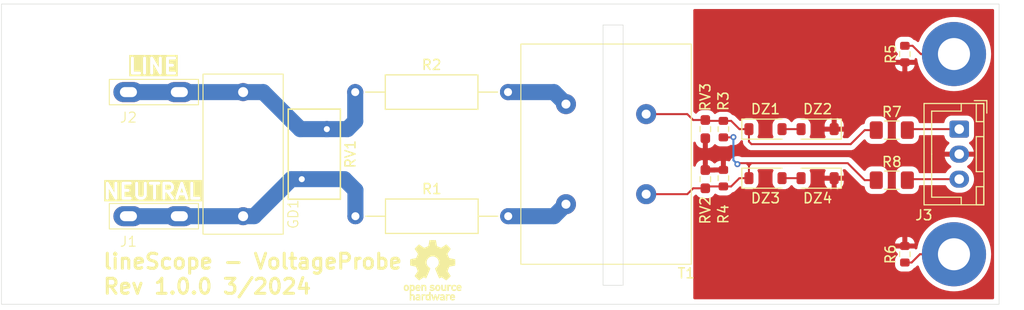
<source format=kicad_pcb>
(kicad_pcb (version 20240108) (generator "pcbnew") (generator_version "8.0")
  (layers (0 "F.Cu" signal) (31 "B.Cu" signal) (34 "B.Paste" user) (35 "F.Paste" user) (36 "B.SilkS" user "B.Silkscreen") (37 "F.SilkS" user "F.Silkscreen") (38 "B.Mask" user) (39 "F.Mask" user) (44 "Edge.Cuts" user))
  (net 0 "")
  (net 1 "Net-(DZ1-Pad2)")
  (net 2 "Net-(J3-Pin_1)")
  (net 3 "GND")
  (net 4 "Net-(J3-Pin_3)")
  (net 5 "Net-(DZ3-Pad2)")
  (net 6 "Net-(H3-Pad1)")
  (net 7 "Net-(H4-Pad1)")
  (net 8 "/HV_{L}")
  (net 9 "/HV_{N}")
  (net 10 "/HV_{L'}")
  (net 11 "/HV_{N'}")
  (net 12 "Net-(DZ1-Pad1)")
  (net 13 "Net-(DZ3-Pad1)")
  (footprint "Koszalix_Connectors_Tab:TE-1-726388-2" (layer "F.Cu") (at 77.2 103.2)
    (property "Reference" "J2" (at -2.54 2.54 0) (layer "F.SilkS") (effects (font (thickness 0.1))))
    (property "Value" "~")
    (pad "1" thru_hole oval (at -2.54 0) (size 3 2) (drill oval 1.7 1) (layers "*.Cu" "*.Mask") (net 9 "/HV_{N}"))
    (pad "1" thru_hole oval (at 2.54 0) (size 3 2) (drill oval 1.7 1) (layers "*.Cu" "*.Mask") (net 9 "/HV_{N}"))
  )
  (footprint "Varistor:RV_Disc_D9mm_W5.2mm_P5mm" (layer "F.Cu") (at 91.95 111.9 90)
    (property "Reference" "RV1" (at 2.5 4.85 270) (layer "F.SilkS"))
    (property "Value" "275V_{RMS}")
    (pad "1" thru_hole circle (at 0 0 90) (size 1.6 1.6) (drill 0.6) (layers "*.Cu" "*.Mask") (net 8 "/HV_{L}"))
    (pad "2" thru_hole circle (at 5 2.5 90) (size 1.6 1.6) (drill 0.6) (layers "*.Cu" "*.Mask") (net 9 "/HV_{N}"))
  )
  (footprint "MountingHole:MountingHole_3.2mm_M3_Pad" (layer "F.Cu") (at 157 99.4)
    (property "Reference" "H3" (hide yes))
    (property "Value" "MountingHole_Pad")
    (pad "1" thru_hole circle (at 0 0) (size 6.4 6.4) (drill 3.2) (layers "*.Cu" "*.Mask") (net 6 "Net-(H3-Pad1)"))
  )
  (footprint "Symbol:OSHW-Logo_5.7x6mm_SilkScreen" (layer "F.Cu") (at 105 121)
    (property "Reference" "REF**" (hide yes))
    (property "Value" "OSHW-Logo_5.7x6mm_SilkScreen" (hide yes))
  )
  (footprint "Resistor_SMD:R_1206_3216Metric_Pad1.30x1.75mm_HandSolder" (layer "F.Cu") (at 150.8 112)
    (property "Reference" "R8" (at 0 -1.82 360) (layer "F.SilkS"))
    (property "Value" "0R")
    (pad "1" smd roundrect (at -1.55 0) (size 1.3 1.75) (layers "F.Cu" "F.Paste" "F.Mask") (roundrect_rratio 0.192308) (net 13 "Net-(DZ3-Pad1)"))
    (pad "2" smd roundrect (at 1.55 0) (size 1.3 1.75) (layers "F.Cu" "F.Paste" "F.Mask") (roundrect_rratio 0.192308) (net 4 "Net-(J3-Pin_3)"))
  )
  (footprint "Resistor_SMD:R_1206_3216Metric_Pad1.30x1.75mm_HandSolder" (layer "F.Cu") (at 150.8 107)
    (property "Reference" "R7" (at 0 -1.82 0) (layer "F.SilkS"))
    (property "Value" "0R")
    (pad "1" smd roundrect (at -1.55 0) (size 1.3 1.75) (layers "F.Cu" "F.Paste" "F.Mask") (roundrect_rratio 0.192308) (net 12 "Net-(DZ1-Pad1)"))
    (pad "2" smd roundrect (at 1.55 0) (size 1.3 1.75) (layers "F.Cu" "F.Paste" "F.Mask") (roundrect_rratio 0.192308) (net 2 "Net-(J3-Pin_1)"))
  )
  (footprint "Koszalix_Transformers:PowerUC-TV19G" (layer "F.Cu") (at 118.3 114.4 90)
    (property "Reference" "T1" (at -6.9 12 0) (layer "F.SilkS"))
    (property "Value" "TV19G")
    (pad "1" thru_hole circle (at 0 0 90) (size 2 2) (drill 0.9) (layers "*.Cu" "*.Mask") (net 10 "/HV_{L'}"))
    (pad "3" thru_hole circle (at 10 0 90) (size 2 2) (drill 0.9) (layers "*.Cu" "*.Mask") (net 11 "/HV_{N'}"))
    (pad "4" thru_hole circle (at 9 8 90) (size 2 2) (drill 0.9) (layers "*.Cu" "*.Mask") (net 12 "Net-(DZ1-Pad1)"))
    (pad "5" thru_hole circle (at 1 8 90) (size 2 2) (drill 0.9) (layers "*.Cu" "*.Mask") (net 13 "Net-(DZ3-Pad1)"))
  )
  (footprint "MountingHole:MountingHole_3.2mm_M3_Pad" (layer "F.Cu") (at 157 119.4)
    (property "Reference" "H4" (hide yes))
    (property "Value" "MountingHole_Pad")
    (pad "1" thru_hole circle (at 0 0) (size 6.4 6.4) (drill 3.2) (layers "*.Cu" "*.Mask") (net 7 "Net-(H4-Pad1)"))
  )
  (footprint "Resistor_SMD:R_0603_1608Metric_Pad0.98x0.95mm_HandSolder" (layer "F.Cu") (at 132.2 106.9 -90)
    (property "Reference" "RV3" (at -3.2 0 90) (layer "F.SilkS"))
    (property "Value" "18V")
    (pad "1" smd roundrect (at -0.9125 0 270) (size 0.975 0.95) (layers "F.Cu" "F.Paste" "F.Mask") (net 12 "Net-(DZ1-Pad1)"))
    (pad "2" smd roundrect (at 0.9125 0 270) (size 0.975 0.95) (layers "F.Cu" "F.Paste" "F.Mask") (net 3 "GND"))
  )
  (footprint "Diode_SMD:D_SOD-123" (layer "F.Cu") (at 143.4 111.8 180)
    (property "Reference" "DZ4" (at 0 -2 180) (layer "F.SilkS"))
    (property "Value" "1V8")
    (pad "1" smd roundrect (at -1.65 0 180) (size 0.9 1.2) (layers "F.Cu" "F.Paste" "F.Mask") (net 3 "GND"))
    (pad "2" smd roundrect (at 1.65 0 180) (size 0.9 1.2) (layers "F.Cu" "F.Paste" "F.Mask") (net 5 "Net-(DZ3-Pad2)"))
  )
  (footprint "Connector_JST:JST_XH_B3B-XH-A_1x03_P2.50mm_Vertical" (layer "F.Cu") (at 157.525 106.9 -90)
    (property "Reference" "J3" (at 8.6 3.525 180) (layer "F.SilkS"))
    (property "Value" "Conn_01x03")
    (pad "1" thru_hole roundrect (at 0 0 270) (size 1.7 1.95) (drill 0.95) (layers "*.Cu" "*.Mask") (roundrect_rratio 0.147059) (net 2 "Net-(J3-Pin_1)"))
    (pad "2" thru_hole oval (at 2.5 0 270) (size 1.7 1.95) (drill 0.95) (layers "*.Cu" "*.Mask") (net 3 "GND"))
    (pad "3" thru_hole oval (at 5 0 270) (size 1.7 1.95) (drill 0.95) (layers "*.Cu" "*.Mask") (net 4 "Net-(J3-Pin_3)"))
  )
  (footprint "Koszalix_GDT_Tubes:YAGEO_2RP" (layer "F.Cu") (at 86.1 109.4 90)
    (property "Reference" "GD1" (at -6 5 90) (layer "F.SilkS") (effects (font (thickness 0.1))))
    (property "Value" "600V")
    (pad "1" thru_hole circle (at -6.2 0 90) (size 1.8 1.8) (drill 1) (layers "*.Cu" "*.Mask") (net 8 "/HV_{L}"))
    (pad "2" thru_hole circle (at 6.2 0 90) (size 1.8 1.8) (drill 1) (layers "*.Cu" "*.Mask") (net 9 "/HV_{N}"))
  )
  (footprint "MountingHole:MountingHole_3.2mm_M3" (layer "F.Cu") (at 67 119.4)
    (property "Reference" "H2" (hide yes))
    (property "Value" "MountingHole")
    (pad "" np_thru_hole circle (at 0 0) (size 3.2 3.2) (drill 3.2) (layers "*.Cu" "*.Mask"))
  )
  (footprint "Resistor_SMD:R_0603_1608Metric" (layer "F.Cu") (at 152.1 119.4 90)
    (property "Reference" "R6" (at 0 -1.43 270) (layer "F.SilkS"))
    (property "Value" "0R")
    (pad "1" smd roundrect (at -0.825 0 90) (size 0.8 0.95) (layers "F.Cu" "F.Paste" "F.Mask") (net 7 "Net-(H4-Pad1)"))
    (pad "2" smd roundrect (at 0.825 0 90) (size 0.8 0.95) (layers "F.Cu" "F.Paste" "F.Mask") (net 3 "GND"))
  )
  (footprint "Koszalix_Connectors_Tab:TE-1-726388-2" (layer "F.Cu") (at 77.2 115.6)
    (property "Reference" "J1" (at -2.54 2.54 0) (layer "F.SilkS") (effects (font (thickness 0.1))))
    (property "Value" "~")
    (pad "1" thru_hole oval (at -2.54 0) (size 3 2) (drill oval 1.7 1) (layers "*.Cu" "*.Mask") (net 8 "/HV_{L}"))
    (pad "1" thru_hole oval (at 2.54 0) (size 3 2) (drill oval 1.7 1) (layers "*.Cu" "*.Mask") (net 8 "/HV_{L}"))
  )
  (footprint "Diode_SMD:D_SOD-123" (layer "F.Cu") (at 138.2 111.8)
    (property "Reference" "DZ3" (at 0 2 0) (layer "F.SilkS"))
    (property "Value" "1V8")
    (pad "1" smd roundrect (at -1.65 0) (size 0.9 1.2) (layers "F.Cu" "F.Paste" "F.Mask") (net 13 "Net-(DZ3-Pad1)"))
    (pad "2" smd roundrect (at 1.65 0) (size 0.9 1.2) (layers "F.Cu" "F.Paste" "F.Mask") (net 5 "Net-(DZ3-Pad2)"))
  )
  (footprint "Diode_SMD:D_SOD-123" (layer "F.Cu") (at 143.4 106.9 180)
    (property "Reference" "DZ2" (at 0 2 180) (layer "F.SilkS"))
    (property "Value" "1V8")
    (pad "1" smd roundrect (at -1.65 0 180) (size 0.9 1.2) (layers "F.Cu" "F.Paste" "F.Mask") (net 3 "GND"))
    (pad "2" smd roundrect (at 1.65 0 180) (size 0.9 1.2) (layers "F.Cu" "F.Paste" "F.Mask") (net 1 "Net-(DZ1-Pad2)"))
  )
  (footprint "Resistor_THT:R_Axial_DIN0309_L9.0mm_D3.2mm_P15.24mm_Horizontal" (layer "F.Cu") (at 97.3 115.6)
    (property "Reference" "R1" (at 7.62 -2.72 0) (layer "F.SilkS"))
    (property "Value" "75k")
    (pad "1" thru_hole circle (at 0 0) (size 1.6 1.6) (drill 0.8) (layers "*.Cu" "*.Mask") (net 8 "/HV_{L}"))
    (pad "2" thru_hole oval (at 15.24 0) (size 1.6 1.6) (drill 0.8) (layers "*.Cu" "*.Mask") (net 10 "/HV_{L'}"))
  )
  (footprint "Resistor_SMD:R_0603_1608Metric" (layer "F.Cu") (at 152.1 99.4 -90)
    (property "Reference" "R5" (at 0 1.4 90) (layer "F.SilkS"))
    (property "Value" "0R")
    (pad "1" smd roundrect (at -0.825 0 270) (size 0.8 0.95) (layers "F.Cu" "F.Paste" "F.Mask") (net 6 "Net-(H3-Pad1)"))
    (pad "2" smd roundrect (at 0.825 0 270) (size 0.8 0.95) (layers "F.Cu" "F.Paste" "F.Mask") (net 3 "GND"))
  )
  (footprint "Resistor_SMD:R_0603_1608Metric" (layer "F.Cu") (at 134 106.9 -90)
    (property "Reference" "R3" (at -2.8 0 90) (layer "F.SilkS"))
    (property "Value" "150R")
    (pad "1" smd roundrect (at -0.825 0 270) (size 0.8 0.95) (layers "F.Cu" "F.Paste" "F.Mask") (net 12 "Net-(DZ1-Pad1)"))
    (pad "2" smd roundrect (at 0.825 0 270) (size 0.8 0.95) (layers "F.Cu" "F.Paste" "F.Mask") (net 13 "Net-(DZ3-Pad1)"))
  )
  (footprint "Resistor_SMD:R_0603_1608Metric_Pad0.98x0.95mm_HandSolder" (layer "F.Cu") (at 132.2 111.9 90)
    (property "Reference" "RV2" (at -3.1 0 270) (layer "F.SilkS"))
    (property "Value" "18V")
    (pad "1" smd roundrect (at -0.9125 0 90) (size 0.975 0.95) (layers "F.Cu" "F.Paste" "F.Mask") (net 13 "Net-(DZ3-Pad1)"))
    (pad "2" smd roundrect (at 0.9125 0 90) (size 0.975 0.95) (layers "F.Cu" "F.Paste" "F.Mask") (net 3 "GND"))
  )
  (footprint "Diode_SMD:D_SOD-123" (layer "F.Cu") (at 138.2 106.9)
    (property "Reference" "DZ1" (at 0 -2 360) (layer "F.SilkS"))
    (property "Value" "1V8")
    (pad "1" smd roundrect (at -1.65 0) (size 0.9 1.2) (layers "F.Cu" "F.Paste" "F.Mask") (net 12 "Net-(DZ1-Pad1)"))
    (pad "2" smd roundrect (at 1.65 0) (size 0.9 1.2) (layers "F.Cu" "F.Paste" "F.Mask") (net 1 "Net-(DZ1-Pad2)"))
  )
  (footprint "MountingHole:MountingHole_3.2mm_M3" (layer "F.Cu") (at 67 99.4)
    (property "Reference" "H1" (hide yes))
    (property "Value" "MountingHole")
    (pad "" np_thru_hole circle (at 0 0) (size 3.2 3.2) (drill 3.2) (layers "*.Cu" "*.Mask"))
  )
  (footprint "Resistor_SMD:R_0603_1608Metric" (layer "F.Cu") (at 134 111.8 90)
    (property "Reference" "R4" (at -3.6 0 270) (layer "F.SilkS"))
    (property "Value" "0R")
    (pad "1" smd roundrect (at -0.825 0 90) (size 0.8 0.95) (layers "F.Cu" "F.Paste" "F.Mask") (net 13 "Net-(DZ3-Pad1)"))
    (pad "2" smd roundrect (at 0.825 0 90) (size 0.8 0.95) (layers "F.Cu" "F.Paste" "F.Mask") (net 3 "GND"))
  )
  (footprint "Resistor_THT:R_Axial_DIN0309_L9.0mm_D3.2mm_P15.24mm_Horizontal" (layer "F.Cu") (at 97.28 103.2)
    (property "Reference" "R2" (at 7.62 -2.72 0) (layer "F.SilkS"))
    (property "Value" "75k")
    (pad "1" thru_hole circle (at 0 0) (size 1.6 1.6) (drill 0.8) (layers "*.Cu" "*.Mask") (net 9 "/HV_{N}"))
    (pad "2" thru_hole oval (at 15.24 0) (size 1.6 1.6) (drill 0.8) (layers "*.Cu" "*.Mask") (net 11 "/HV_{N'}"))
  )
  (gr_line (start 124 122.5) (end 122 122.5) (stroke (width 0.05)) (layer "Edge.Cuts"))
  (gr_line (start 122 122.5) (end 122 96.5) (stroke (width 0.05)) (layer "Edge.Cuts"))
  (gr_rect (start 62 94.4) (end 161.5 124.4) (stroke (width 0.05)) (fill none) (layer "Edge.Cuts"))
  (gr_line (start 124 96.5) (end 124 122.5) (stroke (width 0.05)) (layer "Edge.Cuts"))
  (gr_line (start 122 96.5) (end 124 96.5) (stroke (width 0.05)) (layer "Edge.Cuts"))
  (gr_text "lineScope - VoltageProbe" (at 72 121 0) (layer "F.SilkS") (effects (font (size 1.5 1.5) (thickness 0.3) (bold yes)) (justify left bottom)))
  (gr_text "NEUTRAL" (at 72 114 0) (layer "F.SilkS" knockout) (effects (font (size 1.5 1.5) (thickness 0.3) (bold yes)) (justify left bottom)))
  (gr_text "Rev 1.0.0 3/2024" (at 72 123.5 0) (layer "F.SilkS") (effects (font (size 1.5 1.5) (thickness 0.3) (bold yes)) (justify left bottom)))
  (gr_text "LINE" (at 74.5 101.5 0) (layer "F.SilkS" knockout) (effects (font (size 1.5 1.5) (thickness 0.3) (bold yes)) (justify left bottom)))
  (segment (start 139.85 106.9) (end 141.75 106.9) (width 0.2) (layer "F.Cu") (net 1))
  (segment (start 152.2 106.9) (end 157.525 106.9) (width 0.2) (layer "F.Cu") (net 2))
  (segment (start 152.45 111.9) (end 152.35 112) (width 0.2) (layer "F.Cu") (net 4))
  (segment (start 157.525 111.9) (end 152.45 111.9) (width 0.2) (layer "F.Cu") (net 4))
  (segment (start 139.85 111.8) (end 141.75 111.8) (width 0.2) (layer "F.Cu") (net 5))
  (segment (start 152.875 98.575) (end 153.7 99.4) (width 0.2) (layer "F.Cu") (net 6))
  (segment (start 152.1 98.575) (end 152.875 98.575) (width 0.2) (layer "F.Cu") (net 6))
  (segment (start 153.7 99.4) (end 157 99.4) (width 0.2) (layer "F.Cu") (net 6))
  (segment (start 152.775 120.225) (end 153.6 119.4) (width 0.2) (layer "F.Cu") (net 7))
  (segment (start 153.6 119.4) (end 157 119.4) (width 0.2) (layer "F.Cu") (net 7))
  (segment (start 152.3 120.225) (end 152.775 120.225) (width 0.2) (layer "F.Cu") (net 7))
  (segment (start 90.9 111.9) (end 87.2 115.6) (width 1.6) (layer "B.Cu") (net 8))
  (segment (start 87.2 115.6) (end 86.1 115.6) (width 1.6) (layer "B.Cu") (net 8))
  (segment (start 91.95 111.9) (end 90.9 111.9) (width 1.6) (layer "B.Cu") (net 8))
  (segment (start 74.66 115.6) (end 86.1 115.6) (width 1.6) (layer "B.Cu") (net 8))
  (segment (start 96.2 111.9) (end 97.3 113) (width 1.6) (layer "B.Cu") (net 8))
  (segment (start 97.3 113) (end 97.3 115.6) (width 1.6) (layer "B.Cu") (net 8))
  (segment (start 91.95 111.9) (end 96.2 111.9) (width 1.6) (layer "B.Cu") (net 8))
  (segment (start 88.1 103.2) (end 91.8 106.9) (width 1.6) (layer "B.Cu") (net 9))
  (segment (start 97.28 106.12) (end 97.28 103.2) (width 1.6) (layer "B.Cu") (net 9))
  (segment (start 74.66 103.2) (end 86.1 103.2) (width 1.6) (layer "B.Cu") (net 9))
  (segment (start 96.5 106.9) (end 97.28 106.12) (width 1.6) (layer "B.Cu") (net 9))
  (segment (start 91.8 106.9) (end 94.45 106.9) (width 1.6) (layer "B.Cu") (net 9))
  (segment (start 86.1 103.2) (end 88.1 103.2) (width 1.6) (layer "B.Cu") (net 9))
  (segment (start 94.45 106.9) (end 96.5 106.9) (width 1.6) (layer "B.Cu") (net 9))
  (segment (start 117.1 115.6) (end 118.3 114.4) (width 1.6) (layer "B.Cu") (net 10))
  (segment (start 112.54 115.6) (end 117.1 115.6) (width 1.6) (layer "B.Cu") (net 10))
  (segment (start 112.52 103.2) (end 117.1 103.2) (width 1.6) (layer "B.Cu") (net 11))
  (segment (start 117.1 103.2) (end 118.3 104.4) (width 1.6) (layer "B.Cu") (net 11))
  (segment (start 134 106.075) (end 134.775 106.075) (width 0.2) (layer "F.Cu") (net 12))
  (segment (start 136.55 108.15) (end 136.55 106.9) (width 0.2) (layer "F.Cu") (net 12))
  (segment (start 126.3 105.4) (end 130.4 105.4) (width 0.2) (layer "F.Cu") (net 12))
  (segment (start 136.8 108.4) (end 136.55 108.15) (width 0.2) (layer "F.Cu") (net 12))
  (segment (start 134 106.075) (end 132.2875 106.075) (width 0.2) (layer "F.Cu") (net 12))
  (segment (start 132.2875 106.075) (end 132.2 105.9875) (width 0.2) (layer "F.Cu") (net 12))
  (segment (start 149.25 107) (end 148.1 107) (width 0.2) (layer "F.Cu") (net 12))
  (segment (start 148.1 107) (end 146.7 108.4) (width 0.2) (layer "F.Cu") (net 12))
  (segment (start 130.4 105.4) (end 130.9875 105.9875) (width 0.2) (layer "F.Cu") (net 12))
  (segment (start 134.775 106.075) (end 135.6 106.9) (width 0.2) (layer "F.Cu") (net 12))
  (segment (start 135.6 106.9) (end 136.55 106.9) (width 0.2) (layer "F.Cu") (net 12))
  (segment (start 146.7 108.4) (end 136.8 108.4) (width 0.2) (layer "F.Cu") (net 12))
  (segment (start 130.9875 105.9875) (end 132.2 105.9875) (width 0.2) (layer "F.Cu") (net 12))
  (segment (start 136.8 110.3) (end 136.55 110.55) (width 0.2) (layer "F.Cu") (net 13))
  (segment (start 130.9875 112.8125) (end 130.4 113.4) (width 0.2) (layer "F.Cu") (net 13))
  (segment (start 136.55 110.55) (end 136.3 110.3) (width 0.2) (layer "F.Cu") (net 13))
  (segment (start 134.775 112.625) (end 135.6 111.8) (width 0.2) (layer "F.Cu") (net 13))
  (segment (start 148.1 112) (end 146.4 110.3) (width 0.2) (layer "F.Cu") (net 13))
  (segment (start 134 112.625) (end 134.775 112.625) (width 0.2) (layer "F.Cu") (net 13))
  (segment (start 126.3 113.4) (end 130.4 113.4) (width 0.2) (layer "F.Cu") (net 13))
  (segment (start 135.5 110.3) (end 135.4 110.4) (width 0.2) (layer "F.Cu") (net 13))
  (segment (start 136.55 110.55) (end 136.55 111.8) (width 0.2) (layer "F.Cu") (net 13))
  (segment (start 134 112.625) (end 132.3875 112.625) (width 0.2) (layer "F.Cu") (net 13))
  (segment (start 136.8 110.3) (end 136.4 110.3) (width 0.2) (layer "F.Cu") (net 13))
  (segment (start 134.975 107.725) (end 135 107.7) (width 0.2) (layer "F.Cu") (net 13))
  (segment (start 149.25 112) (end 148.1 112) (width 0.2) (layer "F.Cu") (net 13))
  (segment (start 136.3 110.3) (end 135.5 110.3) (width 0.2) (layer "F.Cu") (net 13))
  (segment (start 132.3875 112.625) (end 132.2 112.8125) (width 0.2) (layer "F.Cu") (net 13))
  (segment (start 135.6 111.8) (end 136.55 111.8) (width 0.2) (layer "F.Cu") (net 13))
  (segment (start 134 107.725) (end 134.975 107.725) (width 0.2) (layer "F.Cu") (net 13))
  (segment (start 146.4 110.3) (end 136.8 110.3) (width 0.2) (layer "F.Cu") (net 13))
  (segment (start 136.55 110.55) (end 136.55 110.45) (width 0.2) (layer "F.Cu") (net 13))
  (segment (start 132.2 112.8125) (end 130.9875 112.8125) (width 0.2) (layer "F.Cu") (net 13))
  (segment (start 136.55 110.45) (end 136.4 110.3) (width 0.2) (layer "F.Cu") (net 13))
  (segment (start 136.4 110.3) (end 136.3 110.3) (width 0.2) (layer "F.Cu") (net 13))
  (via (at 135 107.7) (size 0.6) (drill 0.3) (layers "F.Cu" "B.Cu") (net 13))
  (via (at 135.4 110.4) (size 0.6) (drill 0.3) (layers "F.Cu" "B.Cu") (net 13))
  (segment (start 135 110) (end 135.4 110.4) (width 0.2) (layer "B.Cu") (net 13))
  (segment (start 135 107.7) (end 135 110) (width 0.2) (layer "B.Cu") (net 13))
  (zone (net 3) (net_name "GND") (layer "F.Cu") (connect_pads (clearance 0.5)) (min_thickness 0.25) (fill yes (thermal_gap 0.5) (thermal_bridge_width 0.5))
    (polygon (pts (xy 131 94) (xy 164 94) (xy 164 125) (xy 131 125)))
  )
)
</source>
